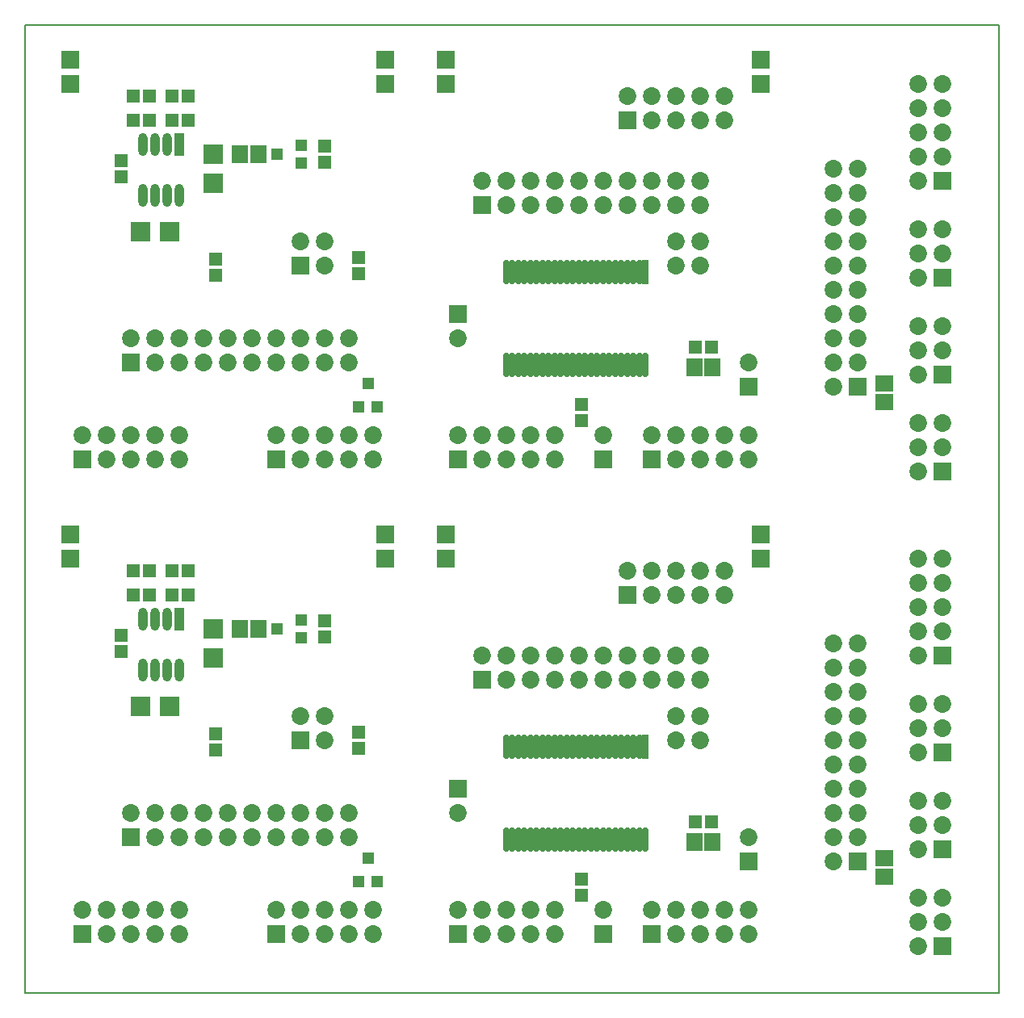
<source format=gts>
%FSLAX44Y44*%
%MOMM*%
%SFA1B1*%

%IPPOS*%
%ADD38R,0.705599X2.555595*%
%ADD39R,1.855596X1.655597*%
%ADD40O,0.705599X2.555595*%
%ADD41R,1.455597X1.355597*%
%ADD42R,1.355597X1.455597*%
%ADD43R,1.305597X1.255597*%
%ADD44R,1.255597X1.305597*%
%ADD45R,2.155596X2.055596*%
%ADD46R,2.055596X2.155596*%
%ADD47O,0.990598X2.387595*%
%ADD48R,0.990598X2.387595*%
%ADD49R,1.655597X1.855596*%
%ADD50R,1.879596X1.879596*%
%ADD51C,1.855596*%
%ADD52R,1.855596X1.855596*%
%ADD53C,1.855596*%
%ADD58C,0.127000*%
%LNu2s_hvpp-1*%
%LPD*%
G54D38*
X650333Y258666D03*
G54D58*
X0Y0D02*
X1021266D01*
Y1015678*
X0*
Y0*
G54D39*
X900523Y122166D03*
Y141166D03*
G54D40*
X643983Y258666D03*
X504284Y160666D03*
X510633D03*
X516983D03*
X523333D03*
X529683D03*
X536033D03*
X542383D03*
X548733D03*
X555083D03*
X561433D03*
X567783D03*
X574133D03*
X580483D03*
X586833D03*
X593183D03*
X599533D03*
X605883D03*
X612233D03*
X618583D03*
X624933D03*
X631283D03*
X637633D03*
X643983D03*
X650333D03*
X504284Y258666D03*
X510633D03*
X516983D03*
X523333D03*
X529683D03*
X536033D03*
X542383D03*
X548733D03*
X555083D03*
X561433D03*
X567783D03*
X574133D03*
X580483D03*
X586833D03*
X593183D03*
X599533D03*
X605883D03*
X612233D03*
X618583D03*
X624933D03*
X631283D03*
X637633D03*
G54D41*
X702793Y179926D03*
X719793D03*
X130514Y417416D03*
X113514D03*
X130514Y442816D03*
X113514D03*
X154154Y417416D03*
X171154D03*
Y442816D03*
X154154D03*
G54D42*
X199484Y272246D03*
Y255246D03*
X100424Y358116D03*
Y375116D03*
X349344Y273516D03*
Y256516D03*
X313784Y373356D03*
Y390356D03*
X583023Y119846D03*
Y102846D03*
G54D43*
X264454Y381856D03*
X289454Y372356D03*
Y391356D03*
G54D44*
X359504Y141626D03*
X350004Y116626D03*
X369004D03*
G54D45*
X196944Y351366D03*
Y381866D03*
G54D46*
X151234Y300576D03*
X120734D03*
G54D47*
X135984Y392016D03*
X123284D03*
X161384Y338676D03*
X148684D03*
X135984D03*
X123284D03*
X148684Y392016D03*
G54D48*
X161384Y392016D03*
G54D49*
X244544Y381856D03*
X225544D03*
X720793Y158336D03*
X701793D03*
G54D50*
X47084Y480916D03*
Y455516D03*
X377284Y480916D03*
Y455516D03*
X770983D03*
Y480916D03*
X440784D03*
Y455516D03*
G54D51*
X631283Y442816D03*
X605883Y87216D03*
X732883Y442816D03*
Y417416D03*
X707483Y442816D03*
Y417416D03*
X682083Y442816D03*
Y417416D03*
X656683Y442816D03*
Y417416D03*
X758283Y163416D03*
Y87216D03*
X555083D03*
X758283Y61816D03*
X555083D03*
X936083Y455516D03*
X961483D03*
X936083Y430116D03*
X961483D03*
X936083Y404716D03*
X961483D03*
X936083Y379316D03*
X961483D03*
X936083Y353916D03*
X847183Y138016D03*
X872583Y163416D03*
X847183D03*
X872583Y188816D03*
X847183D03*
X872583Y214216D03*
X847183D03*
X872583Y239616D03*
X847183D03*
X872583Y265016D03*
X847183D03*
X872583Y290416D03*
X847183D03*
X872583Y315816D03*
X847183D03*
X872583Y341216D03*
X847183D03*
X872583Y366616D03*
X847183D03*
X529683Y87216D03*
Y61816D03*
X478884Y87216D03*
X453484D03*
X961483Y201516D03*
X936083Y303116D03*
X961483D03*
X936083Y277716D03*
X961483D03*
X936083Y252316D03*
Y99916D03*
X961483D03*
X936083Y74516D03*
X961483D03*
X936083Y49116D03*
Y201516D03*
Y176116D03*
X961483D03*
X936083Y150716D03*
X453484Y188816D03*
X313784Y290416D03*
Y265016D03*
X288384Y290416D03*
X110584Y188816D03*
X135984Y163416D03*
Y188816D03*
X161384Y163416D03*
Y188816D03*
X186784Y163416D03*
Y188816D03*
X212184Y163416D03*
Y188816D03*
X237584Y163416D03*
Y188816D03*
X262984Y163416D03*
Y188816D03*
X288384Y163416D03*
Y188816D03*
X313784Y163416D03*
Y188816D03*
X339184Y163416D03*
Y188816D03*
X364584Y87216D03*
Y61816D03*
X339184Y87216D03*
Y61816D03*
X313784Y87216D03*
Y61816D03*
X288384Y87216D03*
Y61816D03*
X262984Y87216D03*
X161384D03*
Y61816D03*
X135984Y87216D03*
Y61816D03*
X110584Y87216D03*
Y61816D03*
X85184Y87216D03*
Y61816D03*
X59784Y87216D03*
X478884Y61816D03*
X504284D03*
Y87216D03*
X656683D03*
X682083Y61816D03*
Y87216D03*
X707483Y61816D03*
Y87216D03*
X732883Y61816D03*
Y87216D03*
X682083Y290416D03*
X707483Y265016D03*
Y290416D03*
Y353916D03*
Y328516D03*
X682083Y353916D03*
Y328516D03*
X656683Y353916D03*
Y328516D03*
X631283Y353916D03*
Y328516D03*
X605883Y353916D03*
Y328516D03*
X580483Y353916D03*
Y328516D03*
X555083Y353916D03*
Y328516D03*
X529683Y353916D03*
Y328516D03*
X504284Y353916D03*
Y328516D03*
X478884Y353916D03*
G54D52*
X631283Y417416D03*
X605883Y61816D03*
X758283Y138016D03*
X961483Y353916D03*
X872583Y138016D03*
X453484Y61816D03*
X961483Y252316D03*
Y49116D03*
Y150716D03*
X453484Y214216D03*
X288384Y265016D03*
X110584Y163416D03*
X262984Y61816D03*
X59784D03*
X656683D03*
X478884Y328516D03*
G54D53*
X682083Y265016D03*
G54D38*
X650333Y756505D03*
G54D39*
X900523Y620004D03*
Y639004D03*
G54D40*
X643983Y756505D03*
X504284Y658504D03*
X510633D03*
X516983D03*
X523333D03*
X529683D03*
X536033D03*
X542383D03*
X548733D03*
X555083D03*
X561433D03*
X567783D03*
X574133D03*
X580483D03*
X586833D03*
X593183D03*
X599533D03*
X605883D03*
X612233D03*
X618583D03*
X624933D03*
X631283D03*
X637633D03*
X643983D03*
X650333D03*
X504284Y756505D03*
X510633D03*
X516983D03*
X523333D03*
X529683D03*
X536033D03*
X542383D03*
X548733D03*
X555083D03*
X561433D03*
X567783D03*
X574133D03*
X580483D03*
X586833D03*
X593183D03*
X599533D03*
X605883D03*
X612233D03*
X618583D03*
X624933D03*
X631283D03*
X637633D03*
G54D41*
X702793Y677765D03*
X719793D03*
X130514Y915255D03*
X113514D03*
X130514Y940655D03*
X113514D03*
X154154Y915255D03*
X171154D03*
Y940655D03*
X154154D03*
G54D42*
X199484Y770084D03*
Y753084D03*
X100424Y855954D03*
Y872954D03*
X349344Y771354D03*
Y754354D03*
X313784Y871194D03*
Y888194D03*
X583023Y617684D03*
Y600684D03*
G54D43*
X264454Y879695D03*
X289454Y870194D03*
Y889194D03*
G54D44*
X359504Y639464D03*
X350004Y614464D03*
X369004D03*
G54D45*
X196944Y849204D03*
Y879704D03*
G54D46*
X151234Y798415D03*
X120734D03*
G54D47*
X135984Y889855D03*
X123284D03*
X161384Y836515D03*
X148684D03*
X135984D03*
X123284D03*
X148684Y889855D03*
G54D48*
X161384Y889855D03*
G54D49*
X244544Y879695D03*
X225544D03*
X720793Y656175D03*
X701793D03*
G54D50*
X47084Y978755D03*
Y953355D03*
X377284Y978755D03*
Y953355D03*
X770983D03*
Y978755D03*
X440784D03*
Y953355D03*
G54D51*
X631283Y940655D03*
X605883Y585055D03*
X732883Y940655D03*
Y915255D03*
X707483Y940655D03*
Y915255D03*
X682083Y940655D03*
Y915255D03*
X656683Y940655D03*
Y915255D03*
X758283Y661255D03*
Y585055D03*
X555083D03*
X758283Y559655D03*
X555083D03*
X936083Y953355D03*
X961483D03*
X936083Y927955D03*
X961483D03*
X936083Y902555D03*
X961483D03*
X936083Y877155D03*
X961483D03*
X936083Y851755D03*
X847183Y635855D03*
X872583Y661255D03*
X847183D03*
X872583Y686655D03*
X847183D03*
X872583Y712055D03*
X847183D03*
X872583Y737455D03*
X847183D03*
X872583Y762855D03*
X847183D03*
X872583Y788255D03*
X847183D03*
X872583Y813655D03*
X847183D03*
X872583Y839055D03*
X847183D03*
X872583Y864455D03*
X847183D03*
X529683Y585055D03*
Y559655D03*
X478884Y585055D03*
X453484D03*
X961483Y699355D03*
X936083Y800955D03*
X961483D03*
X936083Y775555D03*
X961483D03*
X936083Y750155D03*
Y597755D03*
X961483D03*
X936083Y572355D03*
X961483D03*
X936083Y546955D03*
Y699355D03*
Y673955D03*
X961483D03*
X936083Y648555D03*
X453484Y686655D03*
X313784Y788255D03*
Y762855D03*
X288384Y788255D03*
X110584Y686655D03*
X135984Y661255D03*
Y686655D03*
X161384Y661255D03*
Y686655D03*
X186784Y661255D03*
Y686655D03*
X212184Y661255D03*
Y686655D03*
X237584Y661255D03*
Y686655D03*
X262984Y661255D03*
Y686655D03*
X288384Y661255D03*
Y686655D03*
X313784Y661255D03*
Y686655D03*
X339184Y661255D03*
Y686655D03*
X364584Y585055D03*
Y559655D03*
X339184Y585055D03*
Y559655D03*
X313784Y585055D03*
Y559655D03*
X288384Y585055D03*
Y559655D03*
X262984Y585055D03*
X161384D03*
Y559655D03*
X135984Y585055D03*
Y559655D03*
X110584Y585055D03*
Y559655D03*
X85184Y585055D03*
Y559655D03*
X59784Y585055D03*
X478884Y559655D03*
X504284D03*
Y585055D03*
X656683D03*
X682083Y559655D03*
Y585055D03*
X707483Y559655D03*
Y585055D03*
X732883Y559655D03*
Y585055D03*
X682083Y788255D03*
X707483Y762855D03*
Y788255D03*
Y851755D03*
Y826355D03*
X682083Y851755D03*
Y826355D03*
X656683Y851755D03*
Y826355D03*
X631283Y851755D03*
Y826355D03*
X605883Y851755D03*
Y826355D03*
X580483Y851755D03*
Y826355D03*
X555083Y851755D03*
Y826355D03*
X529683Y851755D03*
Y826355D03*
X504284Y851755D03*
Y826355D03*
X478884Y851755D03*
G54D52*
X631283Y915255D03*
X605883Y559655D03*
X758283Y635855D03*
X961483Y851755D03*
X872583Y635855D03*
X453484Y559655D03*
X961483Y750155D03*
Y546955D03*
Y648555D03*
X453484Y712055D03*
X288384Y762855D03*
X110584Y661255D03*
X262984Y559655D03*
X59784D03*
X656683D03*
X478884Y826355D03*
G54D53*
X682083Y762855D03*
M02*
</source>
